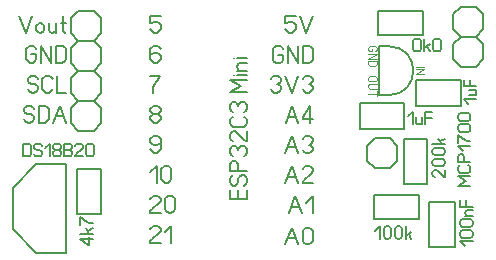
<source format=gbr>
%FSLAX34Y34*%
%MOMM*%
%LNCOPPER_BOTTOM*%
G71*
G01*
%ADD10C, 0.15*%
%ADD11C, 0.18*%
%ADD12C, 0.09*%
%ADD13C, 0.20*%
%ADD14C, 0.13*%
%LPD*%
G54D10*
X311969Y-184228D02*
X311969Y-164228D01*
X349969Y-164228D01*
X349969Y-184228D01*
X311969Y-184228D01*
G54D10*
X337241Y-116731D02*
X357241Y-116731D01*
X357241Y-154731D01*
X337241Y-154731D01*
X337241Y-116731D01*
G54D11*
X245812Y-12368D02*
X237278Y-12368D01*
X237278Y-18591D01*
X238345Y-18591D01*
X240478Y-17702D01*
X242612Y-17702D01*
X244745Y-18591D01*
X245812Y-20368D01*
X245812Y-23924D01*
X244745Y-25702D01*
X242612Y-26591D01*
X240478Y-26591D01*
X238345Y-25702D01*
X237278Y-23924D01*
G54D11*
X249722Y-12368D02*
X255056Y-26591D01*
X260389Y-12368D01*
G54D11*
X231176Y-45276D02*
X235443Y-45276D01*
X235443Y-49721D01*
X234376Y-51499D01*
X232243Y-52388D01*
X230110Y-52388D01*
X227976Y-51499D01*
X226910Y-49721D01*
X226910Y-40832D01*
X227976Y-39054D01*
X230110Y-38165D01*
X232243Y-38165D01*
X234376Y-39054D01*
X235443Y-40832D01*
G54D11*
X239354Y-52388D02*
X239354Y-38165D01*
X247887Y-52388D01*
X247887Y-38165D01*
G54D11*
X251798Y-52388D02*
X251798Y-38165D01*
X257131Y-38165D01*
X259264Y-39054D01*
X260331Y-40832D01*
X260331Y-49721D01*
X259264Y-51499D01*
X257131Y-52388D01*
X251798Y-52388D01*
G54D11*
X224776Y-65835D02*
X225842Y-64057D01*
X227976Y-63168D01*
X230109Y-63168D01*
X232242Y-64057D01*
X233309Y-65835D01*
X233309Y-67613D01*
X232242Y-69391D01*
X230109Y-70280D01*
X232242Y-71168D01*
X233309Y-72946D01*
X233309Y-74724D01*
X232242Y-76502D01*
X230109Y-77391D01*
X227976Y-77391D01*
X225842Y-76502D01*
X224776Y-74724D01*
G54D11*
X237220Y-63168D02*
X242553Y-77391D01*
X247886Y-63168D01*
G54D11*
X251798Y-65835D02*
X252864Y-64057D01*
X254998Y-63168D01*
X257131Y-63168D01*
X259264Y-64057D01*
X260331Y-65835D01*
X260331Y-67613D01*
X259264Y-69391D01*
X257131Y-70280D01*
X259264Y-71168D01*
X260331Y-72946D01*
X260331Y-74724D01*
X259264Y-76502D01*
X257131Y-77391D01*
X254998Y-77391D01*
X252864Y-76502D01*
X251798Y-74724D01*
G54D11*
X237220Y-205978D02*
X242553Y-191756D01*
X247886Y-205978D01*
G54D11*
X239353Y-200645D02*
X245753Y-200645D01*
G54D11*
X260331Y-194423D02*
X260331Y-203311D01*
X259265Y-205089D01*
X257131Y-205978D01*
X254998Y-205978D01*
X252865Y-205089D01*
X251798Y-203311D01*
X251798Y-194423D01*
X252865Y-192645D01*
X254998Y-191756D01*
X257131Y-191756D01*
X259265Y-192645D01*
X260331Y-194423D01*
G54D11*
X240420Y-179388D02*
X245753Y-165165D01*
X251086Y-179388D01*
G54D11*
X242553Y-174054D02*
X248953Y-174054D01*
G54D11*
X254998Y-170499D02*
X260331Y-165165D01*
X260331Y-179388D01*
G54D11*
X237220Y-153988D02*
X242553Y-139765D01*
X247886Y-153988D01*
G54D11*
X239353Y-148654D02*
X245753Y-148654D01*
G54D11*
X260331Y-153988D02*
X251798Y-153988D01*
X251798Y-153099D01*
X252864Y-151321D01*
X259264Y-145988D01*
X260331Y-144210D01*
X260331Y-142432D01*
X259264Y-140654D01*
X257131Y-139765D01*
X254998Y-139765D01*
X252864Y-140654D01*
X251798Y-142432D01*
G54D11*
X237220Y-128588D02*
X242553Y-114365D01*
X247886Y-128588D01*
G54D11*
X239353Y-123254D02*
X245753Y-123254D01*
G54D11*
X251798Y-117032D02*
X252864Y-115254D01*
X254998Y-114365D01*
X257131Y-114365D01*
X259264Y-115254D01*
X260331Y-117032D01*
X260331Y-118810D01*
X259264Y-120588D01*
X257131Y-121476D01*
X259264Y-122365D01*
X260331Y-124143D01*
X260331Y-125921D01*
X259264Y-127699D01*
X257131Y-128588D01*
X254998Y-128588D01*
X252864Y-127699D01*
X251798Y-125921D01*
G54D11*
X237339Y-103188D02*
X242672Y-88965D01*
X248006Y-103188D01*
G54D11*
X239472Y-97854D02*
X245872Y-97854D01*
G54D11*
X258317Y-103188D02*
X258317Y-88965D01*
X251917Y-97854D01*
X251917Y-99632D01*
X260450Y-99632D01*
G54D11*
X131512Y-12368D02*
X122978Y-12368D01*
X122978Y-18591D01*
X124045Y-18591D01*
X126178Y-17702D01*
X128312Y-17702D01*
X130445Y-18591D01*
X131512Y-20368D01*
X131512Y-23924D01*
X130445Y-25702D01*
X128312Y-26591D01*
X126178Y-26591D01*
X124045Y-25702D01*
X122978Y-23924D01*
G54D11*
X131512Y-40435D02*
X130445Y-38657D01*
X128312Y-37768D01*
X126178Y-37768D01*
X124045Y-38657D01*
X122978Y-40435D01*
X122978Y-44880D01*
X122978Y-45768D01*
X126178Y-43991D01*
X128312Y-43991D01*
X130445Y-44880D01*
X131512Y-46657D01*
X131512Y-49324D01*
X130445Y-51102D01*
X128312Y-51991D01*
X126178Y-51991D01*
X124045Y-51102D01*
X122978Y-49324D01*
X122978Y-44880D01*
G54D11*
X122859Y-63168D02*
X131392Y-63168D01*
X130326Y-64946D01*
X128192Y-67613D01*
X126059Y-71168D01*
X124992Y-73835D01*
X124992Y-77391D01*
G54D11*
X128312Y-95680D02*
X126178Y-95680D01*
X124045Y-94791D01*
X122978Y-93013D01*
X122978Y-91235D01*
X124045Y-89457D01*
X126178Y-88568D01*
X128312Y-88568D01*
X130445Y-89457D01*
X131512Y-91235D01*
X131512Y-93013D01*
X130445Y-94791D01*
X128312Y-95680D01*
X130445Y-96568D01*
X131512Y-98346D01*
X131512Y-100124D01*
X130445Y-101902D01*
X128312Y-102791D01*
X126178Y-102791D01*
X124045Y-101902D01*
X122978Y-100124D01*
X122978Y-98346D01*
X124045Y-96568D01*
X126178Y-95680D01*
G54D11*
X122978Y-125524D02*
X124045Y-127302D01*
X126178Y-128191D01*
X128312Y-128191D01*
X130445Y-127302D01*
X131512Y-125524D01*
X131512Y-121080D01*
X131512Y-120191D01*
X128312Y-121968D01*
X126178Y-121968D01*
X124045Y-121080D01*
X122978Y-119302D01*
X122978Y-116635D01*
X124045Y-114857D01*
X126178Y-113968D01*
X128312Y-113968D01*
X130445Y-114857D01*
X131512Y-116635D01*
X131512Y-121080D01*
G54D11*
X122948Y-144702D02*
X128282Y-139368D01*
X128282Y-153591D01*
G54D11*
X140726Y-142035D02*
X140726Y-150924D01*
X139659Y-152702D01*
X137526Y-153591D01*
X135392Y-153591D01*
X133259Y-152702D01*
X132192Y-150924D01*
X132192Y-142035D01*
X133259Y-140257D01*
X135392Y-139368D01*
X137526Y-139368D01*
X139659Y-140257D01*
X140726Y-142035D01*
G54D11*
X131512Y-178991D02*
X122978Y-178991D01*
X122978Y-178102D01*
X124045Y-176324D01*
X130445Y-170991D01*
X131512Y-169213D01*
X131512Y-167435D01*
X130445Y-165657D01*
X128312Y-164768D01*
X126178Y-164768D01*
X124045Y-165657D01*
X122978Y-167435D01*
G54D11*
X143956Y-167435D02*
X143956Y-176324D01*
X142889Y-178102D01*
X140756Y-178991D01*
X138622Y-178991D01*
X136489Y-178102D01*
X135422Y-176324D01*
X135422Y-167435D01*
X136489Y-165657D01*
X138622Y-164768D01*
X140756Y-164768D01*
X142889Y-165657D01*
X143956Y-167435D01*
G54D11*
X131512Y-204391D02*
X122978Y-204391D01*
X122978Y-203502D01*
X124045Y-201724D01*
X130445Y-196391D01*
X131512Y-194613D01*
X131512Y-192835D01*
X130445Y-191057D01*
X128312Y-190168D01*
X126178Y-190168D01*
X124045Y-191057D01*
X122978Y-192835D01*
G54D11*
X135422Y-195502D02*
X140756Y-190168D01*
X140756Y-204391D01*
G54D11*
X204570Y-160031D02*
X204570Y-167498D01*
X190348Y-167498D01*
X190348Y-160031D01*
G54D11*
X197459Y-167498D02*
X197459Y-160031D01*
G54D11*
X201903Y-156120D02*
X203681Y-155053D01*
X204570Y-152920D01*
X204570Y-150787D01*
X203681Y-148653D01*
X201903Y-147587D01*
X200125Y-147587D01*
X198348Y-148653D01*
X197459Y-150787D01*
X197459Y-152920D01*
X196570Y-155053D01*
X194792Y-156120D01*
X193014Y-156120D01*
X191236Y-155053D01*
X190348Y-152920D01*
X190348Y-150787D01*
X191236Y-148653D01*
X193014Y-147587D01*
G54D11*
X204570Y-143676D02*
X190348Y-143676D01*
X190348Y-138343D01*
X191236Y-136209D01*
X193014Y-135143D01*
X194792Y-135143D01*
X196570Y-136209D01*
X197459Y-138343D01*
X197459Y-143676D01*
G54D11*
X193014Y-131232D02*
X191236Y-130165D01*
X190348Y-128032D01*
X190348Y-125899D01*
X191236Y-123765D01*
X193014Y-122699D01*
X194792Y-122699D01*
X196570Y-123765D01*
X197459Y-125899D01*
X198348Y-123765D01*
X200125Y-122699D01*
X201903Y-122699D01*
X203681Y-123765D01*
X204570Y-125899D01*
X204570Y-128032D01*
X203681Y-130165D01*
X201903Y-131232D01*
G54D11*
X204570Y-110255D02*
X204570Y-118788D01*
X203681Y-118788D01*
X201903Y-117721D01*
X196570Y-111321D01*
X194792Y-110255D01*
X193014Y-110255D01*
X191236Y-111321D01*
X190348Y-113455D01*
X190348Y-115588D01*
X191236Y-117721D01*
X193014Y-118788D01*
G54D11*
X201903Y-97811D02*
X203681Y-98877D01*
X204570Y-101011D01*
X204570Y-103144D01*
X203681Y-105277D01*
X201903Y-106344D01*
X193014Y-106344D01*
X191236Y-105277D01*
X190348Y-103144D01*
X190348Y-101011D01*
X191236Y-98877D01*
X193014Y-97811D01*
G54D11*
X193014Y-93900D02*
X191236Y-92833D01*
X190348Y-90700D01*
X190348Y-88567D01*
X191236Y-86433D01*
X193014Y-85367D01*
X194792Y-85367D01*
X196570Y-86433D01*
X197459Y-88567D01*
X198348Y-86433D01*
X200125Y-85367D01*
X201903Y-85367D01*
X203681Y-86433D01*
X204570Y-88567D01*
X204570Y-90700D01*
X203681Y-92833D01*
X201903Y-93900D01*
G54D11*
X204570Y-77332D02*
X190348Y-77332D01*
X199236Y-71999D01*
X190348Y-66665D01*
X204570Y-66665D01*
G54D11*
X204570Y-62754D02*
X196570Y-62754D01*
G54D11*
X193903Y-62754D02*
X193903Y-62754D01*
G54D11*
X204570Y-58843D02*
X196570Y-58843D01*
G54D11*
X198348Y-58843D02*
X197103Y-57776D01*
X196570Y-55643D01*
X197103Y-53510D01*
X198348Y-52443D01*
X204570Y-52443D01*
G54D11*
X204570Y-48532D02*
X196570Y-48532D01*
G54D11*
X193903Y-48532D02*
X193903Y-48532D01*
G54D10*
X324888Y-38259D02*
X316888Y-38259D01*
X316888Y-79459D01*
X324888Y-79459D01*
G54D10*
G75*
G01X324788Y-79559D02*
G03X324788Y-38159I0J20700D01*
G01*
G54D12*
X310888Y-40259D02*
X310888Y-42459D01*
X308588Y-42459D01*
X307688Y-41859D01*
X307288Y-40859D01*
X307288Y-39759D01*
X307688Y-38659D01*
X308588Y-38159D01*
X313088Y-38159D01*
X313988Y-38659D01*
X314388Y-39759D01*
X314388Y-40859D01*
X313988Y-41859D01*
X313088Y-42459D01*
G54D12*
X307288Y-44459D02*
X314388Y-44459D01*
X307288Y-48759D01*
X314388Y-48759D01*
G54D12*
X307288Y-50759D02*
X314388Y-50759D01*
X314388Y-53459D01*
X313988Y-54459D01*
X313088Y-55059D01*
X308588Y-55059D01*
X307688Y-54459D01*
X307288Y-53459D01*
X307288Y-50759D01*
G54D12*
X347788Y-55759D02*
X354888Y-55759D01*
G54D12*
X347788Y-57759D02*
X354888Y-57759D01*
X347788Y-62059D01*
X354888Y-62059D01*
G54D12*
X313088Y-67959D02*
X308588Y-67959D01*
X307688Y-67359D01*
X307288Y-66359D01*
X307288Y-65259D01*
X307688Y-64159D01*
X308588Y-63659D01*
X313088Y-63659D01*
X313988Y-64159D01*
X314388Y-65259D01*
X314388Y-66359D01*
X313988Y-67359D01*
X313088Y-67959D01*
G54D12*
X314388Y-69959D02*
X308588Y-69959D01*
X307688Y-70459D01*
X307288Y-71559D01*
X307288Y-72659D01*
X307688Y-73659D01*
X308588Y-74259D01*
X314388Y-74259D01*
G54D12*
X307288Y-78359D02*
X314388Y-78359D01*
G54D12*
X314388Y-76259D02*
X314388Y-80559D01*
G54D13*
X385812Y-4821D02*
X379512Y-11121D01*
X379512Y-23921D01*
X385812Y-30221D01*
X398612Y-30221D01*
X404912Y-23921D01*
X404912Y-11121D01*
X398612Y-4821D01*
X385812Y-4821D01*
G54D13*
X385812Y-30221D02*
X379512Y-36521D01*
X379512Y-49321D01*
X385812Y-55621D01*
X398612Y-55621D01*
X404912Y-49321D01*
X404912Y-36521D01*
X398612Y-30221D01*
X385812Y-30221D01*
G54D10*
X51354Y-213161D02*
X26354Y-213161D01*
X6354Y-193161D01*
X6354Y-158161D01*
X26354Y-138161D01*
X51354Y-138161D01*
X51354Y-213161D01*
G54D10*
X353541Y-8257D02*
X353541Y-28257D01*
X315541Y-28257D01*
X315541Y-8257D01*
X353541Y-8257D01*
G54D10*
X358862Y-169913D02*
X380862Y-169912D01*
X380862Y-207912D01*
X358862Y-207913D01*
X358862Y-169913D01*
G54D14*
X372439Y-142734D02*
X372439Y-149134D01*
X371772Y-149134D01*
X370439Y-148334D01*
X366439Y-143534D01*
X365106Y-142734D01*
X363772Y-142734D01*
X362439Y-143534D01*
X361772Y-145134D01*
X361772Y-146734D01*
X362439Y-148334D01*
X363772Y-149134D01*
G54D14*
X363772Y-133401D02*
X370439Y-133401D01*
X371772Y-134201D01*
X372439Y-135801D01*
X372439Y-137401D01*
X371772Y-139001D01*
X370439Y-139801D01*
X363772Y-139801D01*
X362439Y-139001D01*
X361772Y-137401D01*
X361772Y-135801D01*
X362439Y-134201D01*
X363772Y-133401D01*
G54D14*
X363772Y-124068D02*
X370439Y-124068D01*
X371772Y-124868D01*
X372439Y-126468D01*
X372439Y-128068D01*
X371772Y-129668D01*
X370439Y-130468D01*
X363772Y-130468D01*
X362439Y-129668D01*
X361772Y-128068D01*
X361772Y-126468D01*
X362439Y-124868D01*
X363772Y-124068D01*
G54D14*
X372439Y-121135D02*
X361772Y-121135D01*
G54D14*
X368439Y-118735D02*
X372439Y-116335D01*
G54D14*
X369772Y-121135D02*
X366439Y-116335D01*
G54D14*
X313478Y-194549D02*
X317478Y-190549D01*
X317478Y-201216D01*
G54D14*
X326811Y-192549D02*
X326811Y-199216D01*
X326011Y-200549D01*
X324411Y-201216D01*
X322811Y-201216D01*
X321211Y-200549D01*
X320411Y-199216D01*
X320411Y-192549D01*
X321211Y-191216D01*
X322811Y-190549D01*
X324411Y-190549D01*
X326011Y-191216D01*
X326811Y-192549D01*
G54D14*
X336144Y-192549D02*
X336144Y-199216D01*
X335344Y-200549D01*
X333744Y-201216D01*
X332144Y-201216D01*
X330544Y-200549D01*
X329744Y-199216D01*
X329744Y-192549D01*
X330544Y-191216D01*
X332144Y-190549D01*
X333744Y-190549D01*
X335344Y-191216D01*
X336144Y-192549D01*
G54D14*
X339077Y-201216D02*
X339077Y-190549D01*
G54D14*
X341477Y-197216D02*
X343877Y-201216D01*
G54D14*
X339077Y-198549D02*
X343877Y-195216D01*
G54D14*
X388993Y-207444D02*
X384993Y-203444D01*
X395659Y-203444D01*
G54D14*
X386993Y-194111D02*
X393659Y-194111D01*
X394993Y-194911D01*
X395659Y-196511D01*
X395659Y-198111D01*
X394993Y-199711D01*
X393659Y-200511D01*
X386993Y-200511D01*
X385659Y-199711D01*
X384993Y-198111D01*
X384993Y-196511D01*
X385659Y-194911D01*
X386993Y-194111D01*
G54D14*
X386993Y-184778D02*
X393659Y-184778D01*
X394993Y-185578D01*
X395659Y-187178D01*
X395659Y-188778D01*
X394993Y-190378D01*
X393659Y-191178D01*
X386993Y-191178D01*
X385659Y-190378D01*
X384993Y-188778D01*
X384993Y-187178D01*
X385659Y-185578D01*
X386993Y-184778D01*
G54D14*
X395659Y-181845D02*
X389659Y-181845D01*
G54D14*
X390993Y-181845D02*
X390059Y-181045D01*
X389659Y-179445D01*
X390059Y-177845D01*
X390993Y-177045D01*
X395659Y-177045D01*
G54D14*
X395659Y-174112D02*
X384993Y-174112D01*
X384993Y-168512D01*
G54D14*
X390326Y-174112D02*
X390326Y-168512D01*
G54D14*
X393846Y-156314D02*
X383180Y-156315D01*
X389846Y-152315D01*
X383180Y-148314D01*
X393846Y-148315D01*
G54D14*
X391846Y-138982D02*
X393180Y-139782D01*
X393846Y-141382D01*
X393846Y-142982D01*
X393180Y-144581D01*
X391846Y-145382D01*
X385180Y-145382D01*
X383846Y-144582D01*
X383180Y-142981D01*
X383180Y-141382D01*
X383846Y-139782D01*
X385180Y-138982D01*
G54D14*
X393846Y-136049D02*
X383180Y-136049D01*
X383180Y-132049D01*
X383846Y-130449D01*
X385180Y-129648D01*
X386513Y-129649D01*
X387846Y-130449D01*
X388513Y-132049D01*
X388513Y-136049D01*
G54D14*
X387180Y-126716D02*
X383180Y-122716D01*
X393846Y-122715D01*
G54D14*
X383180Y-119783D02*
X383180Y-113383D01*
X384513Y-114182D01*
X386513Y-115783D01*
X389180Y-117383D01*
X391180Y-118182D01*
X393846Y-118182D01*
G54D14*
X385180Y-104050D02*
X391846Y-104050D01*
X393180Y-104850D01*
X393846Y-106450D01*
X393846Y-108050D01*
X393180Y-109650D01*
X391846Y-110450D01*
X385180Y-110450D01*
X383846Y-109650D01*
X383180Y-108050D01*
X383180Y-106450D01*
X383846Y-104849D01*
X385180Y-104050D01*
G54D14*
X385180Y-94717D02*
X391846Y-94717D01*
X393180Y-95516D01*
X393846Y-97117D01*
X393846Y-98717D01*
X393180Y-100317D01*
X391846Y-101116D01*
X385180Y-101116D01*
X383846Y-100316D01*
X383180Y-98717D01*
X383180Y-97117D01*
X383846Y-95516D01*
X385180Y-94717D01*
G54D10*
X385687Y-66787D02*
X385688Y-88788D01*
X347688Y-88788D01*
X347687Y-66787D01*
X385687Y-66787D01*
G54D14*
X392168Y-86794D02*
X388168Y-82794D01*
X398834Y-82794D01*
G54D14*
X392834Y-75061D02*
X398834Y-75061D01*
G54D14*
X397501Y-75061D02*
X398568Y-75861D01*
X398834Y-77461D01*
X398568Y-79061D01*
X397501Y-79861D01*
X392834Y-79861D01*
G54D14*
X398834Y-72128D02*
X388168Y-72128D01*
X388168Y-66528D01*
G54D14*
X393501Y-72128D02*
X393501Y-66528D01*
G54D10*
X338062Y-85837D02*
X338063Y-107838D01*
X300063Y-107838D01*
X300062Y-85837D01*
X338062Y-85837D01*
G54D13*
X312788Y-115946D02*
X306488Y-122246D01*
X306488Y-135046D01*
X312788Y-141346D01*
X325588Y-141346D01*
X331888Y-135046D01*
X331888Y-122246D01*
X325588Y-115946D01*
X312788Y-115946D01*
G54D14*
X340974Y-97492D02*
X344974Y-93492D01*
X344974Y-104159D01*
G54D14*
X352707Y-98159D02*
X352707Y-104159D01*
G54D14*
X352707Y-102826D02*
X351907Y-103892D01*
X350307Y-104159D01*
X348707Y-103892D01*
X347907Y-102826D01*
X347907Y-98159D01*
G54D14*
X355640Y-104159D02*
X355640Y-93492D01*
X361240Y-93492D01*
G54D14*
X355640Y-98826D02*
X361240Y-98826D01*
G54D14*
X351628Y-33799D02*
X351628Y-40466D01*
X350828Y-41799D01*
X349228Y-42466D01*
X347628Y-42466D01*
X346028Y-41799D01*
X345228Y-40466D01*
X345228Y-33799D01*
X346028Y-32466D01*
X347628Y-31799D01*
X349228Y-31799D01*
X350828Y-32466D01*
X351628Y-33799D01*
G54D14*
X354561Y-42466D02*
X354561Y-31799D01*
G54D14*
X356961Y-38466D02*
X359361Y-42466D01*
G54D14*
X354561Y-39799D02*
X359361Y-36466D01*
G54D14*
X368694Y-33799D02*
X368694Y-40466D01*
X367894Y-41799D01*
X366294Y-42466D01*
X364694Y-42466D01*
X363094Y-41799D01*
X362294Y-40466D01*
X362294Y-33799D01*
X363094Y-32466D01*
X364694Y-31799D01*
X366294Y-31799D01*
X367894Y-32466D01*
X368694Y-33799D01*
G54D10*
X81017Y-180131D02*
X61017Y-180131D01*
X61017Y-142131D01*
X81017Y-142131D01*
X81017Y-180131D01*
G54D13*
X74762Y-109597D02*
X81062Y-103297D01*
X81062Y-90497D01*
X74762Y-84197D01*
X61962Y-84197D01*
X55662Y-90497D01*
X55662Y-103297D01*
X61962Y-109597D01*
X74762Y-109597D01*
G54D13*
X74762Y-84197D02*
X81062Y-77897D01*
X81062Y-65097D01*
X74762Y-58797D01*
X61962Y-58797D01*
X55662Y-65097D01*
X55662Y-77897D01*
X61962Y-84197D01*
X74762Y-84197D01*
G54D13*
X74762Y-58797D02*
X81062Y-52497D01*
X81062Y-39697D01*
X74762Y-33397D01*
X61962Y-33397D01*
X55662Y-39697D01*
X55662Y-52497D01*
X61962Y-58797D01*
X74762Y-58797D01*
G54D13*
X74762Y-33397D02*
X81062Y-27097D01*
X81062Y-14297D01*
X74762Y-7997D01*
X61962Y-7997D01*
X55662Y-14297D01*
X55662Y-27097D01*
X61962Y-33397D01*
X74762Y-33397D01*
G54D14*
X73989Y-201484D02*
X63322Y-201484D01*
X69989Y-206284D01*
X71322Y-206284D01*
X71322Y-199884D01*
G54D14*
X73989Y-196951D02*
X63322Y-196951D01*
G54D14*
X69989Y-194551D02*
X73989Y-192151D01*
G54D14*
X71322Y-196951D02*
X67989Y-192151D01*
G54D14*
X63322Y-189218D02*
X63322Y-182818D01*
X64656Y-183618D01*
X66656Y-185218D01*
X69322Y-186818D01*
X71322Y-187618D01*
X73989Y-187618D01*
G54D11*
X15804Y-100124D02*
X16871Y-101902D01*
X19004Y-102791D01*
X21138Y-102791D01*
X23271Y-101902D01*
X24338Y-100124D01*
X24338Y-98346D01*
X23271Y-96568D01*
X21138Y-95680D01*
X19004Y-95680D01*
X16871Y-94791D01*
X15804Y-93013D01*
X15804Y-91235D01*
X16871Y-89457D01*
X19004Y-88568D01*
X21138Y-88568D01*
X23271Y-89457D01*
X24338Y-91235D01*
G54D11*
X28248Y-102791D02*
X28248Y-88568D01*
X33582Y-88568D01*
X35715Y-89457D01*
X36782Y-91235D01*
X36782Y-100124D01*
X35715Y-101902D01*
X33582Y-102791D01*
X28248Y-102791D01*
G54D11*
X40692Y-102791D02*
X46026Y-88568D01*
X51359Y-102791D01*
G54D11*
X42826Y-97457D02*
X49226Y-97457D01*
G54D11*
X19066Y-74724D02*
X20133Y-76502D01*
X22266Y-77391D01*
X24400Y-77391D01*
X26533Y-76502D01*
X27600Y-74724D01*
X27600Y-72946D01*
X26533Y-71168D01*
X24400Y-70280D01*
X22266Y-70280D01*
X20133Y-69391D01*
X19066Y-67613D01*
X19066Y-65835D01*
X20133Y-64057D01*
X22266Y-63168D01*
X24400Y-63168D01*
X26533Y-64057D01*
X27600Y-65835D01*
G54D11*
X40044Y-74724D02*
X38977Y-76502D01*
X36844Y-77391D01*
X34710Y-77391D01*
X32577Y-76502D01*
X31510Y-74724D01*
X31510Y-65835D01*
X32577Y-64057D01*
X34710Y-63168D01*
X36844Y-63168D01*
X38977Y-64057D01*
X40044Y-65835D01*
G54D11*
X43954Y-63168D02*
X43954Y-77391D01*
X51421Y-77391D01*
G54D11*
X22147Y-44880D02*
X26414Y-44880D01*
X26414Y-49324D01*
X25347Y-51102D01*
X23214Y-51991D01*
X21080Y-51991D01*
X18947Y-51102D01*
X17880Y-49324D01*
X17880Y-40435D01*
X18947Y-38657D01*
X21080Y-37768D01*
X23214Y-37768D01*
X25347Y-38657D01*
X26414Y-40435D01*
G54D11*
X30324Y-51991D02*
X30324Y-37768D01*
X38858Y-51991D01*
X38858Y-37768D01*
G54D11*
X42768Y-51991D02*
X42768Y-37768D01*
X48102Y-37768D01*
X50235Y-38657D01*
X51302Y-40435D01*
X51302Y-49324D01*
X50235Y-51102D01*
X48102Y-51991D01*
X42768Y-51991D01*
G54D11*
X11853Y-12368D02*
X17186Y-26591D01*
X22520Y-12368D01*
G54D11*
X32831Y-24457D02*
X32831Y-20902D01*
X31764Y-19124D01*
X29631Y-18591D01*
X27498Y-19124D01*
X26431Y-20902D01*
X26431Y-24457D01*
X27498Y-26235D01*
X29631Y-26591D01*
X31764Y-26235D01*
X32831Y-24457D01*
G54D11*
X43142Y-18591D02*
X43142Y-26591D01*
G54D11*
X43142Y-24813D02*
X42076Y-26235D01*
X39942Y-26591D01*
X37809Y-26235D01*
X36742Y-24813D01*
X36742Y-18591D01*
G54D11*
X49186Y-12368D02*
X49186Y-25702D01*
X50253Y-26591D01*
X51320Y-26235D01*
G54D11*
X47053Y-18591D02*
X51320Y-18591D01*
G54D14*
X15028Y-131366D02*
X15028Y-120699D01*
X19028Y-120699D01*
X20628Y-121366D01*
X21428Y-122699D01*
X21428Y-129366D01*
X20628Y-130699D01*
X19028Y-131366D01*
X15028Y-131366D01*
G54D14*
X24361Y-129366D02*
X25161Y-130699D01*
X26761Y-131366D01*
X28361Y-131366D01*
X29961Y-130699D01*
X30761Y-129366D01*
X30761Y-128032D01*
X29961Y-126699D01*
X28361Y-126032D01*
X26761Y-126032D01*
X25161Y-125366D01*
X24361Y-124032D01*
X24361Y-122699D01*
X25161Y-121366D01*
X26761Y-120699D01*
X28361Y-120699D01*
X29961Y-121366D01*
X30761Y-122699D01*
G54D14*
X33694Y-124699D02*
X37694Y-120699D01*
X37694Y-131366D01*
G54D14*
X44627Y-126032D02*
X43027Y-126032D01*
X41427Y-125366D01*
X40627Y-124032D01*
X40627Y-122699D01*
X41427Y-121366D01*
X43027Y-120699D01*
X44627Y-120699D01*
X46227Y-121366D01*
X47027Y-122699D01*
X47027Y-124032D01*
X46227Y-125366D01*
X44627Y-126032D01*
X46227Y-126699D01*
X47027Y-128032D01*
X47027Y-129366D01*
X46227Y-130699D01*
X44627Y-131366D01*
X43027Y-131366D01*
X41427Y-130699D01*
X40627Y-129366D01*
X40627Y-128032D01*
X41427Y-126699D01*
X43027Y-126032D01*
G54D14*
X49960Y-131366D02*
X49960Y-120699D01*
X53960Y-120699D01*
X55560Y-121366D01*
X56360Y-122699D01*
X56360Y-124032D01*
X55560Y-125366D01*
X53960Y-126032D01*
X55560Y-126699D01*
X56360Y-128032D01*
X56360Y-129366D01*
X55560Y-130699D01*
X53960Y-131366D01*
X49960Y-131366D01*
G54D14*
X49960Y-126032D02*
X53960Y-126032D01*
G54D14*
X65693Y-131366D02*
X59293Y-131366D01*
X59293Y-130699D01*
X60093Y-129366D01*
X64893Y-125366D01*
X65693Y-124032D01*
X65693Y-122699D01*
X64893Y-121366D01*
X63293Y-120699D01*
X61693Y-120699D01*
X60093Y-121366D01*
X59293Y-122699D01*
G54D14*
X75026Y-122699D02*
X75026Y-129366D01*
X74226Y-130699D01*
X72626Y-131366D01*
X71026Y-131366D01*
X69426Y-130699D01*
X68626Y-129366D01*
X68626Y-122699D01*
X69426Y-121366D01*
X71026Y-120699D01*
X72626Y-120699D01*
X74226Y-121366D01*
X75026Y-122699D01*
M02*

</source>
